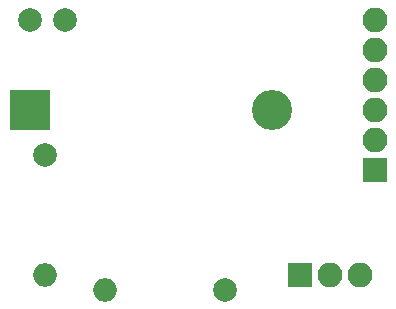
<source format=gbr>
G04 #@! TF.GenerationSoftware,KiCad,Pcbnew,(5.0.0)*
G04 #@! TF.CreationDate,2018-09-14T19:56:37-05:00*
G04 #@! TF.ProjectId,light sensitive demo,6C696768742073656E73697469766520,rev?*
G04 #@! TF.SameCoordinates,Original*
G04 #@! TF.FileFunction,Soldermask,Bot*
G04 #@! TF.FilePolarity,Negative*
%FSLAX46Y46*%
G04 Gerber Fmt 4.6, Leading zero omitted, Abs format (unit mm)*
G04 Created by KiCad (PCBNEW (5.0.0)) date 09/14/18 19:56:37*
%MOMM*%
%LPD*%
G01*
G04 APERTURE LIST*
%ADD10R,3.400000X3.400000*%
%ADD11C,3.400000*%
%ADD12R,2.100000X2.100000*%
%ADD13O,2.100000X2.100000*%
%ADD14C,2.000000*%
%ADD15O,2.000000X2.000000*%
G04 APERTURE END LIST*
D10*
G04 #@! TO.C,BT1*
X146050000Y-82550000D03*
D11*
X166540000Y-82550000D03*
G04 #@! TD*
D12*
G04 #@! TO.C,J1*
X175260000Y-87630000D03*
D13*
X175260000Y-85090000D03*
X175260000Y-82550000D03*
X175260000Y-80010000D03*
X175260000Y-77470000D03*
X175260000Y-74930000D03*
G04 #@! TD*
D14*
G04 #@! TO.C,R1*
X146050000Y-74930000D03*
X149050000Y-74930000D03*
G04 #@! TD*
D15*
G04 #@! TO.C,R2*
X147320000Y-96520000D03*
D14*
X147320000Y-86360000D03*
G04 #@! TD*
D15*
G04 #@! TO.C,R3*
X152400000Y-97790000D03*
D14*
X162560000Y-97790000D03*
G04 #@! TD*
D12*
G04 #@! TO.C,SW1*
X168910000Y-96520000D03*
D13*
X171450000Y-96520000D03*
X173990000Y-96520000D03*
G04 #@! TD*
M02*

</source>
